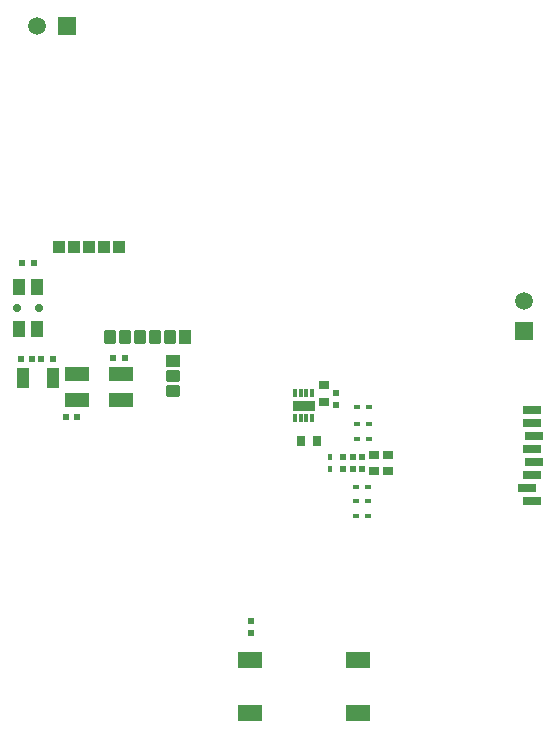
<source format=gbr>
%TF.GenerationSoftware,Altium Limited,Altium Designer,21.2.2 (38)*%
G04 Layer_Color=255*
%FSLAX45Y45*%
%MOMM*%
%TF.SameCoordinates,215B76EA-4B9E-490E-954B-DD862D4548B8*%
%TF.FilePolarity,Positive*%
%TF.FileFunction,Pads,Bot*%
%TF.Part,Single*%
G01*
G75*
%TA.AperFunction,SMDPad,CuDef*%
%ADD13R,0.60000X0.50000*%
%ADD14R,0.80000X0.90000*%
%ADD18R,0.90000X0.80000*%
%ADD19R,0.50000X0.60000*%
%ADD21R,0.50000X0.30000*%
%ADD49R,0.30000X0.50000*%
%TA.AperFunction,ComponentPad*%
%ADD70C,0.70000*%
G04:AMPARAMS|DCode=71|XSize=1.2mm|YSize=1.1mm|CornerRadius=0.275mm|HoleSize=0mm|Usage=FLASHONLY|Rotation=0.000|XOffset=0mm|YOffset=0mm|HoleType=Round|Shape=RoundedRectangle|*
%AMROUNDEDRECTD71*
21,1,1.20000,0.55000,0,0,0.0*
21,1,0.65000,1.10000,0,0,0.0*
1,1,0.55000,0.32500,-0.27500*
1,1,0.55000,-0.32500,-0.27500*
1,1,0.55000,-0.32500,0.27500*
1,1,0.55000,0.32500,0.27500*
%
%ADD71ROUNDEDRECTD71*%
%ADD72R,1.20000X1.10000*%
G04:AMPARAMS|DCode=73|XSize=1.2mm|YSize=1.1mm|CornerRadius=0.275mm|HoleSize=0mm|Usage=FLASHONLY|Rotation=270.000|XOffset=0mm|YOffset=0mm|HoleType=Round|Shape=RoundedRectangle|*
%AMROUNDEDRECTD73*
21,1,1.20000,0.55000,0,0,270.0*
21,1,0.65000,1.10000,0,0,270.0*
1,1,0.55000,-0.27500,-0.32500*
1,1,0.55000,-0.27500,0.32500*
1,1,0.55000,0.27500,0.32500*
1,1,0.55000,0.27500,-0.32500*
%
%ADD73ROUNDEDRECTD73*%
%ADD74R,1.10000X1.20000*%
%ADD75C,1.50000*%
%ADD76R,1.50000X1.50000*%
G04:AMPARAMS|DCode=77|XSize=1.1mm|YSize=1.1mm|CornerRadius=0.275mm|HoleSize=0mm|Usage=FLASHONLY|Rotation=90.000|XOffset=0mm|YOffset=0mm|HoleType=Round|Shape=RoundedRectangle|*
%AMROUNDEDRECTD77*
21,1,1.10000,0.55000,0,0,90.0*
21,1,0.55000,1.10000,0,0,90.0*
1,1,0.55000,0.27500,0.27500*
1,1,0.55000,0.27500,-0.27500*
1,1,0.55000,-0.27500,-0.27500*
1,1,0.55000,-0.27500,0.27500*
%
%ADD77ROUNDEDRECTD77*%
%ADD78R,1.10000X1.10000*%
%ADD79R,1.50000X1.50000*%
%TA.AperFunction,SMDPad,CuDef*%
%ADD81R,1.95000X0.95000*%
%ADD82R,0.30000X0.70000*%
%ADD83R,2.00000X1.20000*%
%TA.AperFunction,ConnectorPad*%
%ADD84R,1.05000X1.40000*%
%TA.AperFunction,SMDPad,CuDef*%
%ADD85R,2.10000X1.40000*%
%ADD86R,1.50000X0.80000*%
%ADD87R,1.00000X1.80000*%
D13*
X2770000Y3530000D02*
D03*
Y3630000D02*
D03*
X2830001Y2990000D02*
D03*
Y3090000D02*
D03*
X2910001Y2990000D02*
D03*
Y3089999D02*
D03*
X2990001Y2990000D02*
D03*
Y3089999D02*
D03*
X2050000Y1600000D02*
D03*
Y1700000D02*
D03*
D14*
X2470000Y3230000D02*
D03*
X2610000D02*
D03*
D18*
X2670000Y3700000D02*
D03*
Y3560000D02*
D03*
X3090000Y3110000D02*
D03*
Y2970000D02*
D03*
X3210000Y3110000D02*
D03*
Y2970000D02*
D03*
D19*
X480000Y3430000D02*
D03*
X580000D02*
D03*
X980000Y3930000D02*
D03*
X880000D02*
D03*
X270000Y3920000D02*
D03*
X370000D02*
D03*
X200000D02*
D03*
X100000D02*
D03*
X210000Y4730000D02*
D03*
X110000D02*
D03*
D21*
X3040001Y2590000D02*
D03*
X2940000D02*
D03*
X3040001Y2720000D02*
D03*
X2940000D02*
D03*
X3040001Y2840000D02*
D03*
X2940000D02*
D03*
X3050001Y3240000D02*
D03*
X2950000D02*
D03*
X3050001Y3370000D02*
D03*
X2950000D02*
D03*
X3050001Y3510000D02*
D03*
X2950000D02*
D03*
D49*
X2720001Y2990000D02*
D03*
Y3090000D02*
D03*
D70*
X252500Y4350000D02*
D03*
X72500D02*
D03*
D71*
X1390000Y3780000D02*
D03*
Y3653000D02*
D03*
D72*
Y3907000D02*
D03*
D73*
X1364000Y4110000D02*
D03*
X1110000D02*
D03*
X1237000D02*
D03*
X856000D02*
D03*
X983000D02*
D03*
D74*
X1491000D02*
D03*
D75*
X4360000Y4410000D02*
D03*
X236000Y6740000D02*
D03*
D76*
X4360000Y4156000D02*
D03*
D77*
X931000Y4865000D02*
D03*
X804000D02*
D03*
X677000D02*
D03*
X550000D02*
D03*
D78*
X423000D02*
D03*
D79*
X490000Y6740000D02*
D03*
D81*
X2495000Y3525000D02*
D03*
D82*
X2520000Y3420000D02*
D03*
X2470000D02*
D03*
X2570000D02*
D03*
X2470000Y3630000D02*
D03*
X2520000D02*
D03*
X2570000D02*
D03*
X2420000Y3420000D02*
D03*
Y3630000D02*
D03*
D83*
X580000Y3790000D02*
D03*
X950000D02*
D03*
Y3570000D02*
D03*
X580000D02*
D03*
D84*
X235000Y4170000D02*
D03*
Y4530000D02*
D03*
X90000Y4170000D02*
D03*
Y4530000D02*
D03*
D85*
X2045000Y1368001D02*
D03*
Y922001D02*
D03*
X2955000Y1368001D02*
D03*
Y922001D02*
D03*
D86*
X4430001Y2720000D02*
D03*
X4390001Y2830000D02*
D03*
X4430001Y2940000D02*
D03*
X4450001Y3050000D02*
D03*
X4430001Y3160000D02*
D03*
X4450001Y3270000D02*
D03*
X4430001Y3380000D02*
D03*
Y3490000D02*
D03*
D87*
X120000Y3760000D02*
D03*
X370000D02*
D03*
%TF.MD5,39f0bd59827628f5a97d0cf0843b76aa*%
M02*

</source>
